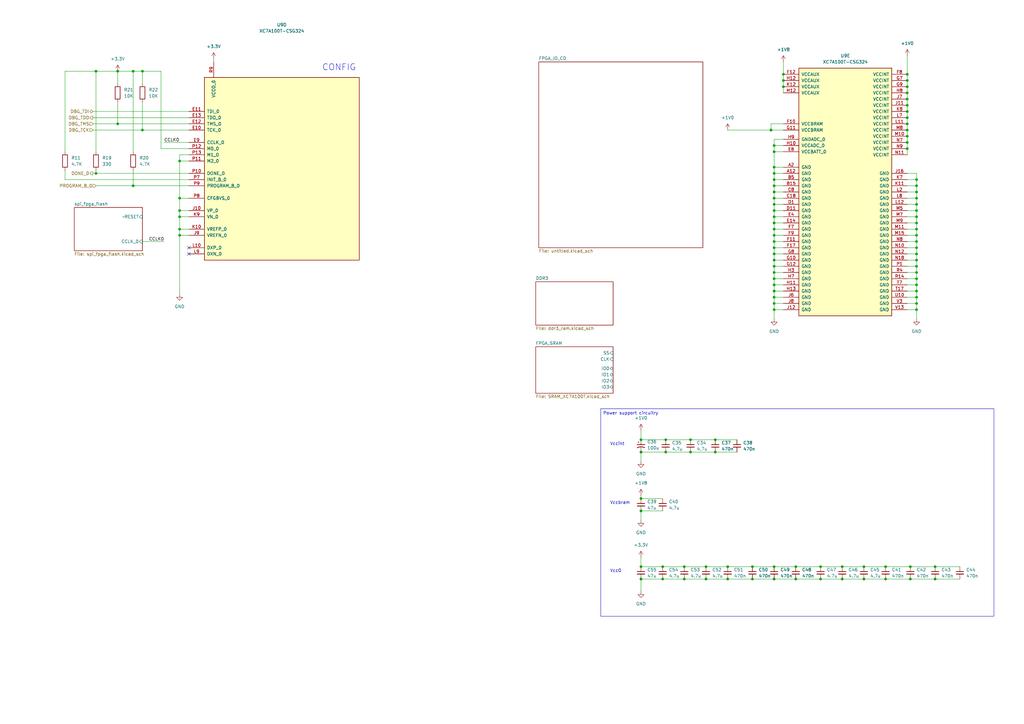
<source format=kicad_sch>
(kicad_sch (version 20230121) (generator eeschema)
  (paper "A3")
  (junction (at 289.56 237.49))
  (junction (at 262.89 180.34))
  (junction (at 262.89 232.41))
  (junction (at 375.92 114.3))
  (junction (at 375.92 109.22))
  (junction (at 317.5 116.84))
  (junction (at 373.38 232.41))
  (junction (at 317.5 68.58))
  (junction (at 372.11 30.48))
  (junction (at 317.5 83.82))
  (junction (at 317.5 91.44))
  (junction (at 73.66 86.36))
  (junction (at 375.92 101.6))
  (junction (at 262.89 209.55))
  (junction (at 321.31 35.56))
  (junction (at 308.61 232.41))
  (junction (at 317.5 99.06))
  (junction (at 372.11 55.88))
  (junction (at 375.92 86.36))
  (junction (at 317.5 127))
  (junction (at 73.66 93.98))
  (junction (at 317.5 232.41))
  (junction (at 375.92 81.28))
  (junction (at 372.11 40.64))
  (junction (at 326.39 232.41))
  (junction (at 317.5 88.9))
  (junction (at 375.92 121.92))
  (junction (at 372.11 35.56))
  (junction (at 375.92 93.98))
  (junction (at 280.67 232.41))
  (junction (at 262.89 185.42))
  (junction (at 375.92 73.66))
  (junction (at 39.37 71.12))
  (junction (at 317.5 81.28))
  (junction (at 345.44 237.49))
  (junction (at 375.92 99.06))
  (junction (at 317.5 73.66))
  (junction (at 54.61 29.21))
  (junction (at 271.78 237.49))
  (junction (at 317.5 106.68))
  (junction (at 262.89 204.47))
  (junction (at 317.5 62.23))
  (junction (at 317.5 59.69))
  (junction (at 317.5 71.12))
  (junction (at 283.21 185.42))
  (junction (at 373.38 237.49))
  (junction (at 48.26 50.8))
  (junction (at 73.66 81.28))
  (junction (at 298.45 232.41))
  (junction (at 48.26 29.21))
  (junction (at 375.92 96.52))
  (junction (at 317.5 111.76))
  (junction (at 317.5 101.6))
  (junction (at 73.66 88.9))
  (junction (at 375.92 83.82))
  (junction (at 321.31 33.02))
  (junction (at 317.5 96.52))
  (junction (at 372.11 53.34))
  (junction (at 363.22 237.49))
  (junction (at 372.11 48.26))
  (junction (at 363.22 232.41))
  (junction (at 375.92 106.68))
  (junction (at 317.5 109.22))
  (junction (at 293.37 180.34))
  (junction (at 336.55 237.49))
  (junction (at 375.92 76.2))
  (junction (at 271.78 232.41))
  (junction (at 289.56 232.41))
  (junction (at 262.89 237.49))
  (junction (at 354.33 232.41))
  (junction (at 317.5 114.3))
  (junction (at 383.54 232.41))
  (junction (at 317.5 104.14))
  (junction (at 372.11 45.72))
  (junction (at 375.92 127))
  (junction (at 293.37 185.42))
  (junction (at 375.92 119.38))
  (junction (at 317.5 93.98))
  (junction (at 317.5 124.46))
  (junction (at 372.11 33.02))
  (junction (at 326.39 237.49))
  (junction (at 73.66 96.52))
  (junction (at 317.5 78.74))
  (junction (at 372.11 43.18))
  (junction (at 317.5 119.38))
  (junction (at 58.42 53.34))
  (junction (at 54.61 76.2))
  (junction (at 308.61 237.49))
  (junction (at 316.23 53.34))
  (junction (at 73.66 66.04))
  (junction (at 273.05 185.42))
  (junction (at 58.42 29.21))
  (junction (at 321.31 30.48))
  (junction (at 298.45 237.49))
  (junction (at 372.11 58.42))
  (junction (at 317.5 86.36))
  (junction (at 354.33 237.49))
  (junction (at 375.92 91.44))
  (junction (at 372.11 50.8))
  (junction (at 375.92 111.76))
  (junction (at 273.05 180.34))
  (junction (at 372.11 60.96))
  (junction (at 317.5 237.49))
  (junction (at 375.92 116.84))
  (junction (at 280.67 237.49))
  (junction (at 283.21 180.34))
  (junction (at 375.92 88.9))
  (junction (at 317.5 121.92))
  (junction (at 336.55 232.41))
  (junction (at 383.54 237.49))
  (junction (at 375.92 104.14))
  (junction (at 375.92 78.74))
  (junction (at 372.11 38.1))
  (junction (at 317.5 76.2))
  (junction (at 375.92 124.46))
  (junction (at 345.44 232.41))
  (junction (at 39.37 29.21))
  (no_connect (at 77.47 101.6))
  (no_connect (at 77.47 104.14))
  (wire (pts (xy 372.11 119.38) (xy 375.92 119.38)))
  (wire (pts (xy 372.11 78.74) (xy 375.92 78.74)))
  (wire (pts (xy 317.5 104.14) (xy 317.5 106.68)))
  (wire (pts (xy 308.61 237.49) (xy 317.5 237.49)))
  (wire (pts (xy 317.5 78.74) (xy 321.31 78.74)))
  (wire (pts (xy 375.92 101.6) (xy 375.92 104.14)))
  (wire (pts (xy 336.55 237.49) (xy 345.44 237.49)))
  (wire (pts (xy 66.04 60.96) (xy 66.04 29.21)))
  (wire (pts (xy 372.11 109.22) (xy 375.92 109.22)))
  (wire (pts (xy 372.11 111.76) (xy 375.92 111.76)))
  (wire (pts (xy 372.11 53.34) (xy 372.11 55.88)))
  (wire (pts (xy 38.1 48.26) (xy 77.47 48.26)))
  (wire (pts (xy 73.66 88.9) (xy 77.47 88.9)))
  (wire (pts (xy 73.66 63.5) (xy 73.66 66.04)))
  (wire (pts (xy 372.11 58.42) (xy 372.11 60.96)))
  (wire (pts (xy 372.11 22.86) (xy 372.11 30.48)))
  (wire (pts (xy 317.5 237.49) (xy 326.39 237.49)))
  (wire (pts (xy 48.26 29.21) (xy 48.26 34.29)))
  (wire (pts (xy 375.92 88.9) (xy 375.92 91.44)))
  (wire (pts (xy 38.1 45.72) (xy 77.47 45.72)))
  (wire (pts (xy 298.45 232.41) (xy 308.61 232.41)))
  (wire (pts (xy 375.92 104.14) (xy 375.92 106.68)))
  (wire (pts (xy 293.37 185.42) (xy 302.26 185.42)))
  (wire (pts (xy 39.37 29.21) (xy 39.37 62.23)))
  (wire (pts (xy 317.5 121.92) (xy 317.5 124.46)))
  (wire (pts (xy 372.11 71.12) (xy 375.92 71.12)))
  (wire (pts (xy 73.66 81.28) (xy 73.66 86.36)))
  (wire (pts (xy 317.5 124.46) (xy 321.31 124.46)))
  (wire (pts (xy 375.92 111.76) (xy 375.92 114.3)))
  (wire (pts (xy 58.42 53.34) (xy 77.47 53.34)))
  (wire (pts (xy 48.26 29.21) (xy 54.61 29.21)))
  (wire (pts (xy 38.1 53.34) (xy 58.42 53.34)))
  (wire (pts (xy 317.5 83.82) (xy 317.5 86.36)))
  (wire (pts (xy 375.92 114.3) (xy 375.92 116.84)))
  (wire (pts (xy 375.92 109.22) (xy 375.92 111.76)))
  (wire (pts (xy 372.11 50.8) (xy 372.11 53.34)))
  (wire (pts (xy 73.66 93.98) (xy 73.66 96.52)))
  (wire (pts (xy 73.66 66.04) (xy 77.47 66.04)))
  (wire (pts (xy 372.11 40.64) (xy 372.11 43.18)))
  (wire (pts (xy 317.5 121.92) (xy 321.31 121.92)))
  (wire (pts (xy 321.31 30.48) (xy 321.31 33.02)))
  (wire (pts (xy 26.67 29.21) (xy 39.37 29.21)))
  (wire (pts (xy 375.92 127) (xy 375.92 130.81)))
  (wire (pts (xy 289.56 232.41) (xy 298.45 232.41)))
  (wire (pts (xy 326.39 232.41) (xy 336.55 232.41)))
  (wire (pts (xy 317.5 119.38) (xy 321.31 119.38)))
  (wire (pts (xy 363.22 237.49) (xy 373.38 237.49)))
  (wire (pts (xy 375.92 91.44) (xy 375.92 93.98)))
  (wire (pts (xy 54.61 76.2) (xy 77.47 76.2)))
  (wire (pts (xy 317.5 76.2) (xy 321.31 76.2)))
  (wire (pts (xy 317.5 73.66) (xy 317.5 76.2)))
  (wire (pts (xy 375.92 99.06) (xy 375.92 101.6)))
  (wire (pts (xy 317.5 104.14) (xy 321.31 104.14)))
  (wire (pts (xy 298.45 53.34) (xy 316.23 53.34)))
  (wire (pts (xy 262.89 209.55) (xy 271.78 209.55)))
  (wire (pts (xy 375.92 121.92) (xy 375.92 124.46)))
  (wire (pts (xy 273.05 180.34) (xy 283.21 180.34)))
  (wire (pts (xy 317.5 232.41) (xy 326.39 232.41)))
  (wire (pts (xy 73.66 63.5) (xy 77.47 63.5)))
  (wire (pts (xy 372.11 81.28) (xy 375.92 81.28)))
  (wire (pts (xy 73.66 86.36) (xy 73.66 88.9)))
  (wire (pts (xy 317.5 62.23) (xy 317.5 68.58)))
  (wire (pts (xy 321.31 57.15) (xy 317.5 57.15)))
  (wire (pts (xy 317.5 124.46) (xy 317.5 127)))
  (wire (pts (xy 317.5 93.98) (xy 321.31 93.98)))
  (wire (pts (xy 317.5 106.68) (xy 317.5 109.22)))
  (wire (pts (xy 66.04 60.96) (xy 77.47 60.96)))
  (wire (pts (xy 39.37 71.12) (xy 77.47 71.12)))
  (wire (pts (xy 317.5 114.3) (xy 321.31 114.3)))
  (wire (pts (xy 372.11 114.3) (xy 375.92 114.3)))
  (wire (pts (xy 317.5 68.58) (xy 317.5 71.12)))
  (wire (pts (xy 317.5 62.23) (xy 321.31 62.23)))
  (wire (pts (xy 54.61 69.85) (xy 54.61 76.2)))
  (wire (pts (xy 317.5 96.52) (xy 317.5 99.06)))
  (wire (pts (xy 308.61 232.41) (xy 317.5 232.41)))
  (wire (pts (xy 317.5 116.84) (xy 317.5 119.38)))
  (wire (pts (xy 38.1 50.8) (xy 48.26 50.8)))
  (wire (pts (xy 54.61 29.21) (xy 54.61 62.23)))
  (wire (pts (xy 345.44 232.41) (xy 354.33 232.41)))
  (wire (pts (xy 321.31 35.56) (xy 321.31 38.1)))
  (wire (pts (xy 326.39 237.49) (xy 336.55 237.49)))
  (wire (pts (xy 375.92 71.12) (xy 375.92 73.66)))
  (wire (pts (xy 375.92 73.66) (xy 375.92 76.2)))
  (wire (pts (xy 363.22 232.41) (xy 373.38 232.41)))
  (wire (pts (xy 321.31 53.34) (xy 316.23 53.34)))
  (wire (pts (xy 372.11 30.48) (xy 372.11 33.02)))
  (wire (pts (xy 317.5 96.52) (xy 321.31 96.52)))
  (wire (pts (xy 372.11 116.84) (xy 375.92 116.84)))
  (wire (pts (xy 48.26 50.8) (xy 77.47 50.8)))
  (wire (pts (xy 271.78 237.49) (xy 280.67 237.49)))
  (wire (pts (xy 283.21 185.42) (xy 293.37 185.42)))
  (wire (pts (xy 375.92 83.82) (xy 375.92 86.36)))
  (wire (pts (xy 38.1 71.12) (xy 39.37 71.12)))
  (wire (pts (xy 317.5 127) (xy 321.31 127)))
  (wire (pts (xy 316.23 50.8) (xy 321.31 50.8)))
  (wire (pts (xy 58.42 41.91) (xy 58.42 53.34)))
  (wire (pts (xy 354.33 232.41) (xy 363.22 232.41)))
  (wire (pts (xy 372.11 43.18) (xy 372.11 45.72)))
  (wire (pts (xy 372.11 48.26) (xy 372.11 50.8)))
  (wire (pts (xy 54.61 29.21) (xy 58.42 29.21)))
  (wire (pts (xy 262.89 185.42) (xy 273.05 185.42)))
  (wire (pts (xy 372.11 33.02) (xy 372.11 35.56)))
  (wire (pts (xy 345.44 237.49) (xy 354.33 237.49)))
  (wire (pts (xy 317.5 73.66) (xy 321.31 73.66)))
  (wire (pts (xy 73.66 96.52) (xy 73.66 120.65)))
  (wire (pts (xy 39.37 69.85) (xy 39.37 71.12)))
  (wire (pts (xy 317.5 78.74) (xy 317.5 81.28)))
  (wire (pts (xy 73.66 93.98) (xy 77.47 93.98)))
  (wire (pts (xy 77.47 86.36) (xy 73.66 86.36)))
  (wire (pts (xy 317.5 93.98) (xy 317.5 96.52)))
  (wire (pts (xy 317.5 99.06) (xy 321.31 99.06)))
  (wire (pts (xy 336.55 232.41) (xy 345.44 232.41)))
  (wire (pts (xy 262.89 176.53) (xy 262.89 180.34)))
  (wire (pts (xy 77.47 73.66) (xy 26.67 73.66)))
  (wire (pts (xy 321.31 25.4) (xy 321.31 30.48)))
  (wire (pts (xy 372.11 38.1) (xy 372.11 40.64)))
  (wire (pts (xy 283.21 180.34) (xy 293.37 180.34)))
  (wire (pts (xy 317.5 99.06) (xy 317.5 101.6)))
  (wire (pts (xy 262.89 237.49) (xy 271.78 237.49)))
  (wire (pts (xy 39.37 76.2) (xy 54.61 76.2)))
  (wire (pts (xy 375.92 76.2) (xy 375.92 78.74)))
  (wire (pts (xy 317.5 106.68) (xy 321.31 106.68)))
  (wire (pts (xy 372.11 55.88) (xy 372.11 58.42)))
  (wire (pts (xy 317.5 57.15) (xy 317.5 59.69)))
  (wire (pts (xy 372.11 73.66) (xy 375.92 73.66)))
  (wire (pts (xy 262.89 180.34) (xy 273.05 180.34)))
  (wire (pts (xy 317.5 59.69) (xy 321.31 59.69)))
  (wire (pts (xy 262.89 232.41) (xy 271.78 232.41)))
  (wire (pts (xy 372.11 60.96) (xy 372.11 63.5)))
  (wire (pts (xy 375.92 119.38) (xy 375.92 121.92)))
  (wire (pts (xy 317.5 76.2) (xy 317.5 78.74)))
  (wire (pts (xy 58.42 29.21) (xy 58.42 34.29)))
  (wire (pts (xy 262.89 204.47) (xy 271.78 204.47)))
  (wire (pts (xy 273.05 185.42) (xy 283.21 185.42)))
  (wire (pts (xy 73.66 88.9) (xy 73.66 93.98)))
  (wire (pts (xy 317.5 86.36) (xy 317.5 88.9)))
  (wire (pts (xy 375.92 124.46) (xy 375.92 127)))
  (wire (pts (xy 73.66 96.52) (xy 77.47 96.52)))
  (wire (pts (xy 77.47 81.28) (xy 73.66 81.28)))
  (wire (pts (xy 26.67 29.21) (xy 26.67 62.23)))
  (wire (pts (xy 26.67 73.66) (xy 26.67 69.85)))
  (wire (pts (xy 354.33 237.49) (xy 363.22 237.49)))
  (wire (pts (xy 66.04 29.21) (xy 58.42 29.21)))
  (wire (pts (xy 317.5 109.22) (xy 321.31 109.22)))
  (wire (pts (xy 73.66 66.04) (xy 73.66 81.28)))
  (wire (pts (xy 262.89 185.42) (xy 262.89 189.23)))
  (wire (pts (xy 317.5 59.69) (xy 317.5 62.23)))
  (wire (pts (xy 372.11 91.44) (xy 375.92 91.44)))
  (wire (pts (xy 317.5 81.28) (xy 317.5 83.82)))
  (wire (pts (xy 372.11 121.92) (xy 375.92 121.92)))
  (wire (pts (xy 317.5 91.44) (xy 317.5 93.98)))
  (wire (pts (xy 280.67 232.41) (xy 289.56 232.41)))
  (wire (pts (xy 262.89 237.49) (xy 262.89 242.57)))
  (wire (pts (xy 87.63 24.13) (xy 87.63 25.4)))
  (wire (pts (xy 317.5 81.28) (xy 321.31 81.28)))
  (wire (pts (xy 373.38 237.49) (xy 383.54 237.49)))
  (wire (pts (xy 383.54 232.41) (xy 393.7 232.41)))
  (wire (pts (xy 317.5 109.22) (xy 317.5 111.76)))
  (wire (pts (xy 372.11 93.98) (xy 375.92 93.98)))
  (wire (pts (xy 383.54 237.49) (xy 393.7 237.49)))
  (wire (pts (xy 293.37 180.34) (xy 302.26 180.34)))
  (wire (pts (xy 317.5 114.3) (xy 317.5 116.84)))
  (wire (pts (xy 262.89 203.2) (xy 262.89 204.47)))
  (wire (pts (xy 317.5 88.9) (xy 321.31 88.9)))
  (wire (pts (xy 262.89 209.55) (xy 262.89 213.36)))
  (wire (pts (xy 298.45 237.49) (xy 308.61 237.49)))
  (wire (pts (xy 375.92 116.84) (xy 375.92 119.38)))
  (wire (pts (xy 372.11 96.52) (xy 375.92 96.52)))
  (wire (pts (xy 375.92 106.68) (xy 375.92 109.22)))
  (wire (pts (xy 317.5 83.82) (xy 321.31 83.82)))
  (wire (pts (xy 375.92 81.28) (xy 375.92 83.82)))
  (wire (pts (xy 67.31 58.42) (xy 77.47 58.42)))
  (wire (pts (xy 321.31 68.58) (xy 317.5 68.58)))
  (wire (pts (xy 375.92 78.74) (xy 375.92 81.28)))
  (wire (pts (xy 317.5 119.38) (xy 317.5 121.92)))
  (wire (pts (xy 48.26 41.91) (xy 48.26 50.8)))
  (wire (pts (xy 317.5 71.12) (xy 321.31 71.12)))
  (wire (pts (xy 317.5 111.76) (xy 321.31 111.76)))
  (wire (pts (xy 262.89 228.6) (xy 262.89 232.41)))
  (wire (pts (xy 372.11 76.2) (xy 375.92 76.2)))
  (wire (pts (xy 317.5 86.36) (xy 321.31 86.36)))
  (wire (pts (xy 321.31 33.02) (xy 321.31 35.56)))
  (wire (pts (xy 372.11 106.68) (xy 375.92 106.68)))
  (wire (pts (xy 58.42 99.06) (xy 67.31 99.06)))
  (wire (pts (xy 372.11 83.82) (xy 375.92 83.82)))
  (wire (pts (xy 372.11 127) (xy 375.92 127)))
  (wire (pts (xy 372.11 124.46) (xy 375.92 124.46)))
  (wire (pts (xy 372.11 88.9) (xy 375.92 88.9)))
  (wire (pts (xy 39.37 29.21) (xy 48.26 29.21)))
  (wire (pts (xy 280.67 237.49) (xy 289.56 237.49)))
  (wire (pts (xy 372.11 86.36) (xy 375.92 86.36)))
  (wire (pts (xy 316.23 53.34) (xy 316.23 50.8)))
  (wire (pts (xy 375.92 86.36) (xy 375.92 88.9)))
  (wire (pts (xy 317.5 101.6) (xy 321.31 101.6)))
  (wire (pts (xy 372.11 35.56) (xy 372.11 38.1)))
  (wire (pts (xy 373.38 232.41) (xy 383.54 232.41)))
  (wire (pts (xy 271.78 232.41) (xy 280.67 232.41)))
  (wire (pts (xy 317.5 101.6) (xy 317.5 104.14)))
  (wire (pts (xy 317.5 111.76) (xy 317.5 114.3)))
  (wire (pts (xy 372.11 99.06) (xy 375.92 99.06)))
  (wire (pts (xy 317.5 116.84) (xy 321.31 116.84)))
  (wire (pts (xy 317.5 71.12) (xy 317.5 73.66)))
  (wire (pts (xy 289.56 237.49) (xy 298.45 237.49)))
  (wire (pts (xy 372.11 104.14) (xy 375.92 104.14)))
  (wire (pts (xy 317.5 88.9) (xy 317.5 91.44)))
  (wire (pts (xy 375.92 96.52) (xy 375.92 99.06)))
  (wire (pts (xy 372.11 101.6) (xy 375.92 101.6)))
  (wire (pts (xy 375.92 93.98) (xy 375.92 96.52)))
  (wire (pts (xy 317.5 127) (xy 317.5 130.81)))
  (wire (pts (xy 372.11 45.72) (xy 372.11 48.26)))
  (wire (pts (xy 317.5 91.44) (xy 321.31 91.44)))
  (text_box "Power support circuitry" (at 246.38 167.64 0) (size 161.29 85.09) (effects (font (size 1.27 1.27)) (justify left top)))
  (text "Vccbram" (at 250.19 207.01 0) (effects (font (size 1.27 1.27)) (justify left bottom)))
  (text "Vccint\n" (at 250.19 182.88 0) (effects (font (size 1.27 1.27)) (justify left bottom)))
  (text "Vcc0" (at 250.19 234.95 0) (effects (font (size 1.27 1.27)) (justify left bottom)))
  (text "CONFIG" (at 146.05 29.21 0) (effects (font (size 2.54 2.54)) (justify right bottom)))
  (label "CCLK0" (at 67.31 99.06 180))
  (label "CCLK0" (at 67.31 58.42 0))
  (hierarchical_label "PROGRAM_B_0" (shape input) (at 39.37 76.2 180))
  (hierarchical_label "DBG_TCK" (shape input) (at 38.1 53.34 180))
  (hierarchical_label "DONE_0" (shape output) (at 38.1 71.12 180))
  (hierarchical_label "DBG_TDO" (shape output) (at 38.1 48.26 180))
  (hierarchical_label "DBG_TMS" (shape input) (at 38.1 50.8 180))
  (hierarchical_label "DBG_TDI" (shape bidirectional) (at 38.1 45.72 180))
  (symbol (lib_id "Device:C_Small") (at 393.7 234.95 0) (unit 1)
    (property "Reference" "C44" (at 396.24 233.6863 0) (effects (justify left)))
    (property "Value" "470n" (at 396.24 236.2263 0) (effects (justify left)))
  )
  (symbol (lib_id "Device:C_Small") (at 298.45 234.95 0) (unit 1)
    (property "Reference" "C51" (at 300.99 233.6863 0) (effects (justify left)))
    (property "Value" "470n" (at 300.99 236.2263 0) (effects (justify left)))
  )
  (symbol (lib_id "power:GND") (at 262.89 189.23 0) (unit 1)
    (property "Reference" "#PWR042" (effects hide))
    (property "Value" "GND" (at 262.89 194.31 0))
  )
  (symbol (lib_id "Device:C_Small") (at 383.54 234.95 0) (unit 1)
    (property "Reference" "C43" (at 386.08 233.6863 0) (effects (justify left)))
    (property "Value" "470n" (at 386.08 236.2263 0) (effects (justify left)))
  )
  (symbol (lib_id "Device:R") (at 54.61 66.04 180) (unit 1)
    (property "Reference" "R20" (at 57.15 64.77 0) (effects (justify right)))
    (property "Value" "4.7K" (at 57.15 67.31 0) (effects (justify right)))
  )
  (symbol (lib_id "power:GND") (at 375.92 130.81 0) (unit 1)
    (property "Reference" "#PWR038" (effects hide))
    (property "Value" "GND" (at 375.92 135.89 0))
  )
  (symbol (lib_id "Device:C_Small") (at 289.56 234.95 0) (unit 1)
    (property "Reference" "C52" (at 292.1 233.6863 0) (effects (justify left)))
    (property "Value" "4.7u" (at 292.1 236.2263 0) (effects (justify left)))
  )
  (symbol (lib_id "power:+1V0") (at 262.89 176.53 0) (unit 1)
    (property "Reference" "#PWR039" (effects hide))
    (property "Value" "+1V0" (at 262.89 171.45 0))
  )
  (symbol (lib_id "power:+3.3V") (at 87.63 24.13 0) (unit 1)
    (property "Reference" "#PWR029" (effects hide))
    (property "Value" "+3.3V" (at 87.63 19.05 0))
  )
  (symbol (lib_id "Device:R") (at 48.26 38.1 0) (unit 1)
    (property "Reference" "R21" (at 50.8 36.83 0) (effects (justify left)))
    (property "Value" "10K" (at 50.8 39.37 0) (effects (justify left)))
  )
  (symbol (lib_id "power:+3.3V") (at 48.26 29.21 0) (unit 1)
    (property "Reference" "#PWR041" (effects hide))
    (property "Value" "+3.3V" (at 48.26 24.13 0))
  )
  (symbol (lib_id "Device:R") (at 39.37 66.04 0) (unit 1)
    (property "Reference" "R19" (at 41.91 64.77 0) (effects (justify left)))
    (property "Value" "330" (at 41.91 67.31 0) (effects (justify left)))
  )
  (symbol (lib_id "Device:C_Small") (at 302.26 182.88 0) (unit 1)
    (property "Reference" "C38" (at 304.8 181.6163 0) (effects (justify left)))
    (property "Value" "470n" (at 304.8 184.1563 0) (effects (justify left)))
  )
  (symbol (lib_id "Device:C_Small") (at 271.78 207.01 0) (unit 1)
    (property "Reference" "C40" (at 274.32 205.7463 0) (effects (justify left)))
    (property "Value" "4.7u" (at 274.32 208.2863 0) (effects (justify left)))
  )
  (symbol (lib_id "power:GND") (at 73.66 120.65 0) (unit 1)
    (property "Reference" "#PWR028" (effects hide))
    (property "Value" "GND" (at 73.66 125.73 0))
  )
  (symbol (lib_id "Device:C_Small") (at 336.55 234.95 0) (unit 1)
    (property "Reference" "C47" (at 339.09 233.6863 0) (effects (justify left)))
    (property "Value" "4.7u" (at 339.09 236.2263 0) (effects (justify left)))
  )
  (symbol (lib_id "power:+1V0") (at 372.11 22.86 0) (unit 1)
    (property "Reference" "#PWR050" (effects hide))
    (property "Value" "+1V0" (at 372.11 17.78 0))
  )
  (symbol (lib_id "Device:C_Small") (at 354.33 234.95 0) (unit 1)
    (property "Reference" "C45" (at 356.87 233.6863 0) (effects (justify left)))
    (property "Value" "4.7u" (at 356.87 236.2263 0) (effects (justify left)))
  )
  (symbol (lib_id "power:+1V0") (at 298.45 53.34 0) (unit 1)
    (property "Reference" "#PWR051" (effects hide))
    (property "Value" "+1V0" (at 298.45 48.26 0))
  )
  (symbol (lib_id "Device:C_Small") (at 345.44 234.95 0) (unit 1)
    (property "Reference" "C46" (at 347.98 233.6863 0) (effects (justify left)))
    (property "Value" "4.7u" (at 347.98 236.2263 0) (effects (justify left)))
  )
  (symbol (lib_id "FPGA_Xilinx_Artix7:XC7A100T-CSG324") (at 115.57 66.04 0) (mirror y) (unit 4)
    (property "Reference" "U9" (at 115.57 10.16 0))
    (property "Value" "XC7A100T-CSG324" (at 115.57 12.7 0))
  )
  (symbol (lib_id "Device:C_Small") (at 317.5 234.95 0) (unit 1)
    (property "Reference" "C49" (at 320.04 233.6863 0) (effects (justify left)))
    (property "Value" "470n" (at 320.04 236.2263 0) (effects (justify left)))
  )
  (symbol (lib_id "Device:R") (at 58.42 38.1 0) (unit 1)
    (property "Reference" "R22" (at 60.96 36.83 0) (effects (justify left)))
    (property "Value" "10K" (at 60.96 39.37 0) (effects (justify left)))
  )
  (symbol (lib_id "Device:C_Small") (at 262.89 207.01 0) (unit 1)
    (property "Reference" "C39" (at 265.43 205.7463 0) (effects (justify left)))
    (property "Value" "47u" (at 265.43 208.2863 0) (effects (justify left)))
  )
  (symbol (lib_id "Device:C_Small") (at 280.67 234.95 0) (unit 1)
    (property "Reference" "C53" (at 283.21 233.6863 0) (effects (justify left)))
    (property "Value" "4.7u" (at 283.21 236.2263 0) (effects (justify left)))
  )
  (symbol (lib_id "Device:C_Small") (at 373.38 234.95 0) (unit 1)
    (property "Reference" "C42" (at 375.92 233.6863 0) (effects (justify left)))
    (property "Value" "470n" (at 375.92 236.2263 0) (effects (justify left)))
  )
  (symbol (lib_id "power:+3.3V") (at 262.89 228.6 0) (unit 1)
    (property "Reference" "#PWR046" (effects hide))
    (property "Value" "+3.3V" (at 262.89 223.52 0))
  )
  (symbol (lib_id "Device:R") (at 26.67 66.04 180) (unit 1)
    (property "Reference" "R11" (at 29.21 64.77 0) (effects (justify right)))
    (property "Value" "4.7K" (at 29.21 67.31 0) (effects (justify right)))
  )
  (symbol (lib_id "Device:C_Small") (at 271.78 234.95 0) (unit 1)
    (property "Reference" "C54" (at 274.32 233.6863 0) (effects (justify left)))
    (property "Value" "4.7u" (at 274.32 236.2263 0) (effects (justify left)))
  )
  (symbol (lib_id "Device:C_Small") (at 262.89 234.95 0) (unit 1)
    (property "Reference" "C55" (at 265.43 233.6863 0) (effects (justify left)))
    (property "Value" "47u" (at 265.43 236.2263 0) (effects (justify left)))
  )
  (symbol (lib_id "Device:C_Small") (at 308.61 234.95 0) (unit 1)
    (property "Reference" "C50" (at 311.15 233.6863 0) (effects (justify left)))
    (property "Value" "470n" (at 311.15 236.2263 0) (effects (justify left)))
  )
  (symbol (lib_id "Device:C_Small") (at 293.37 182.88 0) (unit 1)
    (property "Reference" "C37" (at 295.91 181.6163 0) (effects (justify left)))
    (property "Value" "470n" (at 295.91 184.1563 0) (effects (justify left)))
  )
  (symbol (lib_id "Device:C_Small") (at 273.05 182.88 0) (unit 1)
    (property "Reference" "C35" (at 275.59 181.6163 0) (effects (justify left)))
    (property "Value" "4.7u" (at 275.59 184.1563 0) (effects (justify left)))
  )
  (symbol (lib_id "Device:C_Polarized_Small_US") (at 262.89 182.88 0) (unit 1)
    (property "Reference" "C36" (at 265.43 181.1782 0) (effects (justify left)))
    (property "Value" "100u" (at 265.43 183.7182 0) (effects (justify left)))
  )
  (symbol (lib_id "Device:C_Small") (at 283.21 182.88 0) (unit 1)
    (property "Reference" "C34" (at 285.75 181.6163 0) (effects (justify left)))
    (property "Value" "4.7u" (at 285.75 184.1563 0) (effects (justify left)))
  )
  (symbol (lib_name "XC7A100T-CSG324_1") (lib_id "FPGA_Xilinx_Artix7:XC7A100T-CSG324") (at 346.71 78.74 0) (unit 5)
    (property "Reference" "U9" (at 346.71 22.86 0))
    (property "Value" "XC7A100T-CSG324" (at 346.71 25.4 0))
  )
  (symbol (lib_id "Device:C_Small") (at 326.39 234.95 0) (unit 1)
    (property "Reference" "C48" (at 328.93 233.6863 0) (effects (justify left)))
    (property "Value" "470n" (at 328.93 236.2263 0) (effects (justify left)))
  )
  (symbol (lib_id "power:GND") (at 262.89 242.57 0) (unit 1)
    (property "Reference" "#PWR049" (effects hide))
    (property "Value" "GND" (at 262.89 247.65 0))
  )
  (symbol (lib_id "power:+1V8") (at 262.89 203.2 0) (unit 1)
    (property "Reference" "#PWR048" (effects hide))
    (property "Value" "+1V8" (at 262.89 198.12 0))
  )
  (symbol (lib_id "Device:C_Small") (at 363.22 234.95 0) (unit 1)
    (property "Reference" "C41" (at 365.76 233.6863 0) (effects (justify left)))
    (property "Value" "470n" (at 365.76 236.2263 0) (effects (justify left)))
  )
  (symbol (lib_id "power:+1V8") (at 321.31 25.4 0) (unit 1)
    (property "Reference" "#PWR053" (effects hide))
    (property "Value" "+1V8" (at 321.31 20.32 0))
  )
  (symbol (lib_id "power:GND") (at 262.89 213.36 0) (unit 1)
    (property "Reference" "#PWR047" (effects hide))
    (property "Value" "GND" (at 262.89 218.44 0))
  )
  (symbol (lib_id "power:GND") (at 317.5 130.81 0) (unit 1)
    (property "Reference" "#PWR037" (effects hide))
    (property "Value" "GND" (at 317.5 135.89 0))
  )
  (sheet (at 30.48 85.09) (size 27.94 17.78) (stroke (width 0.1524))
    (property "Sheetname" "spi_fpga_flash" (at 30.48 84.3784 0) (effects (justify left bottom)))
    (property "Sheetfile" "spi_fpga_flash.kicad_sch" (at 30.48 103.4546 0) (effects (justify left top)))
    (pin "CCLK_0" input (at 58.42 99.06 0))
    (pin "~RESET" input (at 58.42 88.9 0))
  )
  (sheet (at 219.71 142.24) (size 31.75 19.05) (stroke (width 0.1524))
    (property "Sheetname" "FPGA_SRAM" (at 219.71 141.5284 0) (effects (justify left bottom)))
    (property "Sheetfile" "SRAM_XC7A100T.kicad_sch" (at 219.71 161.8746 0) (effects (justify left top)))
    (pin "SS" input (at 251.46 144.78 0))
    (pin "IO1" bidirectional (at 251.46 153.67 0))
    (pin "IO2" bidirectional (at 251.46 156.21 0))
    (pin "IO3" bidirectional (at 251.46 158.75 0))
    (pin "CLK" input (at 251.46 147.32 0))
    (pin "IO0" bidirectional (at 251.46 151.13 0))
  )
  (sheet (at 219.71 115.57) (size 31.75 17.78) (stroke (width 0.1524))
    (property "Sheetname" "DDR3" (at 219.71 114.8584 0) (effects (justify left bottom)))
    (property "Sheetfile" "ddr3_ram.kicad_sch" (at 219.71 133.9346 0) (effects (justify left top)))
  )
  (sheet (at 220.98 25.4) (size 67.31 76.2) (stroke (width 0.1524))
    (property "Sheetname" "FPGA_IO_CD" (at 220.98 24.6884 0) (effects (justify left bottom)))
    (property "Sheetfile" "untitled.kicad_sch" (at 220.98 102.1846 0) (effects (justify left top)))
  )
)
</source>
